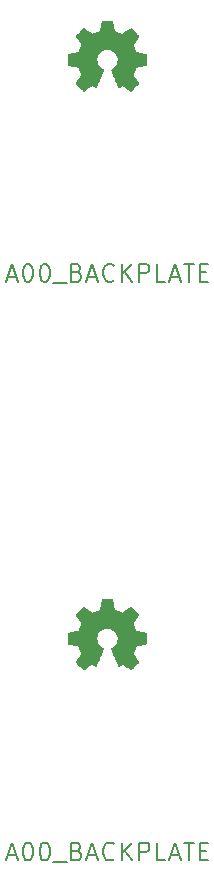
<source format=gbr>
G04 #@! TF.GenerationSoftware,KiCad,Pcbnew,5.1.5-52549c5~86~ubuntu18.04.1*
G04 #@! TF.CreationDate,2020-08-18T13:47:54-05:00*
G04 #@! TF.ProjectId,,58585858-5858-4585-9858-585858585858,rev?*
G04 #@! TF.SameCoordinates,Original*
G04 #@! TF.FileFunction,Legend,Top*
G04 #@! TF.FilePolarity,Positive*
%FSLAX46Y46*%
G04 Gerber Fmt 4.6, Leading zero omitted, Abs format (unit mm)*
G04 Created by KiCad (PCBNEW 5.1.5-52549c5~86~ubuntu18.04.1) date 2020-08-18 13:47:54*
%MOMM*%
%LPD*%
G04 APERTURE LIST*
%ADD10C,0.150000*%
%ADD11C,0.010000*%
G04 APERTURE END LIST*
D10*
X120913000Y-127456600D02*
X121627285Y-127456600D01*
X120770142Y-127885171D02*
X121270142Y-126385171D01*
X121770142Y-127885171D01*
X122555857Y-126385171D02*
X122698714Y-126385171D01*
X122841571Y-126456600D01*
X122913000Y-126528028D01*
X122984428Y-126670885D01*
X123055857Y-126956600D01*
X123055857Y-127313742D01*
X122984428Y-127599457D01*
X122913000Y-127742314D01*
X122841571Y-127813742D01*
X122698714Y-127885171D01*
X122555857Y-127885171D01*
X122413000Y-127813742D01*
X122341571Y-127742314D01*
X122270142Y-127599457D01*
X122198714Y-127313742D01*
X122198714Y-126956600D01*
X122270142Y-126670885D01*
X122341571Y-126528028D01*
X122413000Y-126456600D01*
X122555857Y-126385171D01*
X123984428Y-126385171D02*
X124127285Y-126385171D01*
X124270142Y-126456600D01*
X124341571Y-126528028D01*
X124413000Y-126670885D01*
X124484428Y-126956600D01*
X124484428Y-127313742D01*
X124413000Y-127599457D01*
X124341571Y-127742314D01*
X124270142Y-127813742D01*
X124127285Y-127885171D01*
X123984428Y-127885171D01*
X123841571Y-127813742D01*
X123770142Y-127742314D01*
X123698714Y-127599457D01*
X123627285Y-127313742D01*
X123627285Y-126956600D01*
X123698714Y-126670885D01*
X123770142Y-126528028D01*
X123841571Y-126456600D01*
X123984428Y-126385171D01*
X124770142Y-128028028D02*
X125913000Y-128028028D01*
X126770142Y-127099457D02*
X126984428Y-127170885D01*
X127055857Y-127242314D01*
X127127285Y-127385171D01*
X127127285Y-127599457D01*
X127055857Y-127742314D01*
X126984428Y-127813742D01*
X126841571Y-127885171D01*
X126270142Y-127885171D01*
X126270142Y-126385171D01*
X126770142Y-126385171D01*
X126913000Y-126456600D01*
X126984428Y-126528028D01*
X127055857Y-126670885D01*
X127055857Y-126813742D01*
X126984428Y-126956600D01*
X126913000Y-127028028D01*
X126770142Y-127099457D01*
X126270142Y-127099457D01*
X127698714Y-127456600D02*
X128413000Y-127456600D01*
X127555857Y-127885171D02*
X128055857Y-126385171D01*
X128555857Y-127885171D01*
X129913000Y-127742314D02*
X129841571Y-127813742D01*
X129627285Y-127885171D01*
X129484428Y-127885171D01*
X129270142Y-127813742D01*
X129127285Y-127670885D01*
X129055857Y-127528028D01*
X128984428Y-127242314D01*
X128984428Y-127028028D01*
X129055857Y-126742314D01*
X129127285Y-126599457D01*
X129270142Y-126456600D01*
X129484428Y-126385171D01*
X129627285Y-126385171D01*
X129841571Y-126456600D01*
X129913000Y-126528028D01*
X130555857Y-127885171D02*
X130555857Y-126385171D01*
X131413000Y-127885171D02*
X130770142Y-127028028D01*
X131413000Y-126385171D02*
X130555857Y-127242314D01*
X132055857Y-127885171D02*
X132055857Y-126385171D01*
X132627285Y-126385171D01*
X132770142Y-126456600D01*
X132841571Y-126528028D01*
X132913000Y-126670885D01*
X132913000Y-126885171D01*
X132841571Y-127028028D01*
X132770142Y-127099457D01*
X132627285Y-127170885D01*
X132055857Y-127170885D01*
X134270142Y-127885171D02*
X133555857Y-127885171D01*
X133555857Y-126385171D01*
X134698714Y-127456600D02*
X135413000Y-127456600D01*
X134555857Y-127885171D02*
X135055857Y-126385171D01*
X135555857Y-127885171D01*
X135841571Y-126385171D02*
X136698714Y-126385171D01*
X136270142Y-127885171D02*
X136270142Y-126385171D01*
X137198714Y-127099457D02*
X137698714Y-127099457D01*
X137913000Y-127885171D02*
X137198714Y-127885171D01*
X137198714Y-126385171D01*
X137913000Y-126385171D01*
X120913000Y-78456600D02*
X121627285Y-78456600D01*
X120770142Y-78885171D02*
X121270142Y-77385171D01*
X121770142Y-78885171D01*
X122555857Y-77385171D02*
X122698714Y-77385171D01*
X122841571Y-77456600D01*
X122913000Y-77528028D01*
X122984428Y-77670885D01*
X123055857Y-77956600D01*
X123055857Y-78313742D01*
X122984428Y-78599457D01*
X122913000Y-78742314D01*
X122841571Y-78813742D01*
X122698714Y-78885171D01*
X122555857Y-78885171D01*
X122413000Y-78813742D01*
X122341571Y-78742314D01*
X122270142Y-78599457D01*
X122198714Y-78313742D01*
X122198714Y-77956600D01*
X122270142Y-77670885D01*
X122341571Y-77528028D01*
X122413000Y-77456600D01*
X122555857Y-77385171D01*
X123984428Y-77385171D02*
X124127285Y-77385171D01*
X124270142Y-77456600D01*
X124341571Y-77528028D01*
X124413000Y-77670885D01*
X124484428Y-77956600D01*
X124484428Y-78313742D01*
X124413000Y-78599457D01*
X124341571Y-78742314D01*
X124270142Y-78813742D01*
X124127285Y-78885171D01*
X123984428Y-78885171D01*
X123841571Y-78813742D01*
X123770142Y-78742314D01*
X123698714Y-78599457D01*
X123627285Y-78313742D01*
X123627285Y-77956600D01*
X123698714Y-77670885D01*
X123770142Y-77528028D01*
X123841571Y-77456600D01*
X123984428Y-77385171D01*
X124770142Y-79028028D02*
X125913000Y-79028028D01*
X126770142Y-78099457D02*
X126984428Y-78170885D01*
X127055857Y-78242314D01*
X127127285Y-78385171D01*
X127127285Y-78599457D01*
X127055857Y-78742314D01*
X126984428Y-78813742D01*
X126841571Y-78885171D01*
X126270142Y-78885171D01*
X126270142Y-77385171D01*
X126770142Y-77385171D01*
X126913000Y-77456600D01*
X126984428Y-77528028D01*
X127055857Y-77670885D01*
X127055857Y-77813742D01*
X126984428Y-77956600D01*
X126913000Y-78028028D01*
X126770142Y-78099457D01*
X126270142Y-78099457D01*
X127698714Y-78456600D02*
X128413000Y-78456600D01*
X127555857Y-78885171D02*
X128055857Y-77385171D01*
X128555857Y-78885171D01*
X129913000Y-78742314D02*
X129841571Y-78813742D01*
X129627285Y-78885171D01*
X129484428Y-78885171D01*
X129270142Y-78813742D01*
X129127285Y-78670885D01*
X129055857Y-78528028D01*
X128984428Y-78242314D01*
X128984428Y-78028028D01*
X129055857Y-77742314D01*
X129127285Y-77599457D01*
X129270142Y-77456600D01*
X129484428Y-77385171D01*
X129627285Y-77385171D01*
X129841571Y-77456600D01*
X129913000Y-77528028D01*
X130555857Y-78885171D02*
X130555857Y-77385171D01*
X131413000Y-78885171D02*
X130770142Y-78028028D01*
X131413000Y-77385171D02*
X130555857Y-78242314D01*
X132055857Y-78885171D02*
X132055857Y-77385171D01*
X132627285Y-77385171D01*
X132770142Y-77456600D01*
X132841571Y-77528028D01*
X132913000Y-77670885D01*
X132913000Y-77885171D01*
X132841571Y-78028028D01*
X132770142Y-78099457D01*
X132627285Y-78170885D01*
X132055857Y-78170885D01*
X134270142Y-78885171D02*
X133555857Y-78885171D01*
X133555857Y-77385171D01*
X134698714Y-78456600D02*
X135413000Y-78456600D01*
X134555857Y-78885171D02*
X135055857Y-77385171D01*
X135555857Y-78885171D01*
X135841571Y-77385171D02*
X136698714Y-77385171D01*
X136270142Y-78885171D02*
X136270142Y-77385171D01*
X137198714Y-78099457D02*
X137698714Y-78099457D01*
X137913000Y-78885171D02*
X137198714Y-78885171D01*
X137198714Y-77385171D01*
X137913000Y-77385171D01*
D11*
G36*
X129867214Y-106235131D02*
G01*
X129951035Y-106679755D01*
X130260320Y-106807253D01*
X130569606Y-106934751D01*
X130940646Y-106682446D01*
X131044557Y-106612196D01*
X131138487Y-106549472D01*
X131218052Y-106497138D01*
X131278870Y-106458057D01*
X131316557Y-106435093D01*
X131326821Y-106430142D01*
X131345310Y-106442876D01*
X131384820Y-106478082D01*
X131440922Y-106531262D01*
X131509187Y-106597918D01*
X131585186Y-106673554D01*
X131664492Y-106753672D01*
X131742675Y-106833774D01*
X131815307Y-106909364D01*
X131877959Y-106975945D01*
X131926203Y-107029018D01*
X131955610Y-107064087D01*
X131962641Y-107075823D01*
X131952523Y-107097460D01*
X131924159Y-107144862D01*
X131880529Y-107213393D01*
X131824618Y-107298415D01*
X131759406Y-107395293D01*
X131721619Y-107450550D01*
X131652743Y-107551448D01*
X131591540Y-107642499D01*
X131540978Y-107719170D01*
X131504028Y-107776928D01*
X131483658Y-107811243D01*
X131480597Y-107818454D01*
X131487536Y-107838948D01*
X131506451Y-107886713D01*
X131534487Y-107955032D01*
X131568791Y-108037189D01*
X131606509Y-108126470D01*
X131644787Y-108216158D01*
X131680770Y-108299538D01*
X131711606Y-108369894D01*
X131734439Y-108420510D01*
X131746417Y-108444671D01*
X131747124Y-108445622D01*
X131765931Y-108450236D01*
X131816018Y-108460528D01*
X131892193Y-108475487D01*
X131989265Y-108494101D01*
X132102043Y-108515359D01*
X132167842Y-108527618D01*
X132288350Y-108550562D01*
X132397197Y-108572395D01*
X132488876Y-108591922D01*
X132557881Y-108607948D01*
X132598704Y-108619279D01*
X132606911Y-108622874D01*
X132614948Y-108647206D01*
X132621433Y-108702159D01*
X132626370Y-108781308D01*
X132629764Y-108878226D01*
X132631618Y-108986487D01*
X132631938Y-109099665D01*
X132630727Y-109211335D01*
X132627990Y-109315068D01*
X132623731Y-109404441D01*
X132617955Y-109473026D01*
X132610667Y-109514397D01*
X132606295Y-109523010D01*
X132580164Y-109533333D01*
X132524793Y-109548092D01*
X132447507Y-109565552D01*
X132355630Y-109583980D01*
X132323558Y-109589941D01*
X132168924Y-109618266D01*
X132046775Y-109641076D01*
X131953073Y-109659280D01*
X131883784Y-109673783D01*
X131834871Y-109685492D01*
X131802297Y-109695315D01*
X131782028Y-109704156D01*
X131770026Y-109712924D01*
X131768347Y-109714657D01*
X131751584Y-109742571D01*
X131726014Y-109796895D01*
X131694188Y-109870977D01*
X131658660Y-109958165D01*
X131621983Y-110051808D01*
X131586711Y-110145252D01*
X131555396Y-110231847D01*
X131530593Y-110304940D01*
X131514854Y-110357878D01*
X131510732Y-110384011D01*
X131511076Y-110384926D01*
X131525041Y-110406286D01*
X131556722Y-110453284D01*
X131602791Y-110521027D01*
X131659918Y-110604623D01*
X131724773Y-110699182D01*
X131743243Y-110726054D01*
X131809099Y-110823475D01*
X131867050Y-110912363D01*
X131913938Y-110987612D01*
X131946607Y-111044120D01*
X131961900Y-111076781D01*
X131962641Y-111080793D01*
X131949792Y-111101884D01*
X131914288Y-111143664D01*
X131860693Y-111201645D01*
X131793571Y-111271335D01*
X131717487Y-111348245D01*
X131637004Y-111427883D01*
X131556687Y-111505761D01*
X131481099Y-111577386D01*
X131414805Y-111638270D01*
X131362369Y-111683921D01*
X131328355Y-111709850D01*
X131318945Y-111714083D01*
X131297043Y-111704112D01*
X131252200Y-111677220D01*
X131191721Y-111637936D01*
X131145189Y-111606317D01*
X131060875Y-111548298D01*
X130961026Y-111479984D01*
X130860873Y-111411779D01*
X130807027Y-111375275D01*
X130624771Y-111252000D01*
X130471781Y-111334720D01*
X130402082Y-111370959D01*
X130342814Y-111399126D01*
X130302711Y-111415191D01*
X130292503Y-111417426D01*
X130280229Y-111400922D01*
X130256013Y-111354282D01*
X130221663Y-111281809D01*
X130178988Y-111187806D01*
X130129794Y-111076574D01*
X130075890Y-110952415D01*
X130019084Y-110819632D01*
X129961182Y-110682527D01*
X129903993Y-110545402D01*
X129849324Y-110412558D01*
X129798984Y-110288298D01*
X129754780Y-110176925D01*
X129718519Y-110082739D01*
X129692009Y-110010044D01*
X129677058Y-109963141D01*
X129674654Y-109947033D01*
X129693711Y-109926486D01*
X129735436Y-109893133D01*
X129791106Y-109853902D01*
X129795778Y-109850799D01*
X129939664Y-109735623D01*
X130055683Y-109601253D01*
X130142830Y-109451984D01*
X130200099Y-109292113D01*
X130226486Y-109125937D01*
X130220985Y-108957752D01*
X130182590Y-108791855D01*
X130110295Y-108632542D01*
X130089026Y-108597687D01*
X129978396Y-108456937D01*
X129847702Y-108343914D01*
X129701464Y-108259203D01*
X129544208Y-108203394D01*
X129380457Y-108177074D01*
X129214733Y-108180830D01*
X129051562Y-108215250D01*
X128895465Y-108280923D01*
X128750967Y-108378435D01*
X128706269Y-108418013D01*
X128592512Y-108541903D01*
X128509618Y-108672324D01*
X128452756Y-108818515D01*
X128421087Y-108963288D01*
X128413269Y-109126060D01*
X128439338Y-109289640D01*
X128496645Y-109448498D01*
X128582544Y-109597106D01*
X128694386Y-109729935D01*
X128829523Y-109841456D01*
X128847283Y-109853211D01*
X128903550Y-109891708D01*
X128946323Y-109925063D01*
X128966772Y-109946360D01*
X128967069Y-109947033D01*
X128962679Y-109970071D01*
X128945276Y-110022357D01*
X128916668Y-110099590D01*
X128878665Y-110197468D01*
X128833074Y-110311691D01*
X128781703Y-110437958D01*
X128726362Y-110571967D01*
X128668858Y-110709418D01*
X128611001Y-110846008D01*
X128554598Y-110977437D01*
X128501458Y-111099405D01*
X128453390Y-111207609D01*
X128412201Y-111297749D01*
X128379701Y-111365523D01*
X128357697Y-111406630D01*
X128348836Y-111417426D01*
X128321760Y-111409019D01*
X128271097Y-111386472D01*
X128205583Y-111353813D01*
X128169559Y-111334720D01*
X128016568Y-111252000D01*
X127834312Y-111375275D01*
X127741275Y-111438428D01*
X127639415Y-111507927D01*
X127543962Y-111573365D01*
X127496150Y-111606317D01*
X127428905Y-111651473D01*
X127371964Y-111687257D01*
X127332754Y-111709138D01*
X127320019Y-111713763D01*
X127301483Y-111701285D01*
X127260459Y-111666452D01*
X127200925Y-111612878D01*
X127126858Y-111544183D01*
X127042235Y-111463981D01*
X126988715Y-111412486D01*
X126895081Y-111320486D01*
X126814159Y-111238199D01*
X126749223Y-111169145D01*
X126703542Y-111116844D01*
X126680389Y-111084816D01*
X126678168Y-111078316D01*
X126688476Y-111053594D01*
X126716961Y-111003605D01*
X126760463Y-110933412D01*
X126815823Y-110848075D01*
X126879880Y-110752656D01*
X126898097Y-110726054D01*
X126964473Y-110629367D01*
X127024022Y-110542317D01*
X127073416Y-110469795D01*
X127109325Y-110416693D01*
X127128419Y-110387903D01*
X127130264Y-110384926D01*
X127127505Y-110361982D01*
X127112862Y-110311536D01*
X127088887Y-110240241D01*
X127058134Y-110154747D01*
X127023156Y-110061707D01*
X126986507Y-109967774D01*
X126950739Y-109879599D01*
X126918406Y-109803834D01*
X126892062Y-109747131D01*
X126874258Y-109716143D01*
X126872993Y-109714657D01*
X126862106Y-109705801D01*
X126843718Y-109697043D01*
X126813794Y-109687477D01*
X126768297Y-109676196D01*
X126703191Y-109662293D01*
X126614439Y-109644863D01*
X126498007Y-109622998D01*
X126349858Y-109595791D01*
X126317782Y-109589941D01*
X126222714Y-109571574D01*
X126139835Y-109553605D01*
X126076470Y-109537769D01*
X126039942Y-109525800D01*
X126035044Y-109523010D01*
X126026973Y-109498272D01*
X126020413Y-109442990D01*
X126015367Y-109363589D01*
X126011841Y-109266496D01*
X126009839Y-109158138D01*
X126009364Y-109044940D01*
X126010423Y-108933328D01*
X126013018Y-108829729D01*
X126017154Y-108740568D01*
X126022837Y-108672272D01*
X126030069Y-108631266D01*
X126034429Y-108622874D01*
X126058702Y-108614408D01*
X126113974Y-108600635D01*
X126194738Y-108582750D01*
X126295488Y-108561948D01*
X126410717Y-108539423D01*
X126473498Y-108527618D01*
X126592613Y-108505351D01*
X126698835Y-108485179D01*
X126786973Y-108468115D01*
X126851834Y-108455169D01*
X126888226Y-108447355D01*
X126894216Y-108445622D01*
X126904339Y-108426090D01*
X126925738Y-108379043D01*
X126955561Y-108311203D01*
X126990955Y-108229291D01*
X127029068Y-108140028D01*
X127067047Y-108050135D01*
X127102040Y-107966335D01*
X127131194Y-107895347D01*
X127151657Y-107843894D01*
X127160577Y-107818697D01*
X127160743Y-107817596D01*
X127150631Y-107797719D01*
X127122283Y-107751977D01*
X127078677Y-107684917D01*
X127022794Y-107601084D01*
X126957613Y-107505026D01*
X126919721Y-107449850D01*
X126850675Y-107348681D01*
X126789350Y-107256830D01*
X126738737Y-107178944D01*
X126701829Y-107119669D01*
X126681618Y-107083651D01*
X126678699Y-107075577D01*
X126691247Y-107056784D01*
X126725937Y-107016657D01*
X126778337Y-106959693D01*
X126844016Y-106890385D01*
X126918544Y-106813231D01*
X126997487Y-106732725D01*
X127076417Y-106653363D01*
X127150900Y-106579640D01*
X127216506Y-106516052D01*
X127268804Y-106467094D01*
X127303361Y-106437261D01*
X127314922Y-106430142D01*
X127333746Y-106440153D01*
X127378769Y-106468278D01*
X127445613Y-106511654D01*
X127529901Y-106567418D01*
X127627256Y-106632706D01*
X127700693Y-106682446D01*
X128071733Y-106934751D01*
X128690305Y-106679755D01*
X128774125Y-106235131D01*
X128857946Y-105790507D01*
X129783394Y-105790507D01*
X129867214Y-106235131D01*
G37*
X129867214Y-106235131D02*
X129951035Y-106679755D01*
X130260320Y-106807253D01*
X130569606Y-106934751D01*
X130940646Y-106682446D01*
X131044557Y-106612196D01*
X131138487Y-106549472D01*
X131218052Y-106497138D01*
X131278870Y-106458057D01*
X131316557Y-106435093D01*
X131326821Y-106430142D01*
X131345310Y-106442876D01*
X131384820Y-106478082D01*
X131440922Y-106531262D01*
X131509187Y-106597918D01*
X131585186Y-106673554D01*
X131664492Y-106753672D01*
X131742675Y-106833774D01*
X131815307Y-106909364D01*
X131877959Y-106975945D01*
X131926203Y-107029018D01*
X131955610Y-107064087D01*
X131962641Y-107075823D01*
X131952523Y-107097460D01*
X131924159Y-107144862D01*
X131880529Y-107213393D01*
X131824618Y-107298415D01*
X131759406Y-107395293D01*
X131721619Y-107450550D01*
X131652743Y-107551448D01*
X131591540Y-107642499D01*
X131540978Y-107719170D01*
X131504028Y-107776928D01*
X131483658Y-107811243D01*
X131480597Y-107818454D01*
X131487536Y-107838948D01*
X131506451Y-107886713D01*
X131534487Y-107955032D01*
X131568791Y-108037189D01*
X131606509Y-108126470D01*
X131644787Y-108216158D01*
X131680770Y-108299538D01*
X131711606Y-108369894D01*
X131734439Y-108420510D01*
X131746417Y-108444671D01*
X131747124Y-108445622D01*
X131765931Y-108450236D01*
X131816018Y-108460528D01*
X131892193Y-108475487D01*
X131989265Y-108494101D01*
X132102043Y-108515359D01*
X132167842Y-108527618D01*
X132288350Y-108550562D01*
X132397197Y-108572395D01*
X132488876Y-108591922D01*
X132557881Y-108607948D01*
X132598704Y-108619279D01*
X132606911Y-108622874D01*
X132614948Y-108647206D01*
X132621433Y-108702159D01*
X132626370Y-108781308D01*
X132629764Y-108878226D01*
X132631618Y-108986487D01*
X132631938Y-109099665D01*
X132630727Y-109211335D01*
X132627990Y-109315068D01*
X132623731Y-109404441D01*
X132617955Y-109473026D01*
X132610667Y-109514397D01*
X132606295Y-109523010D01*
X132580164Y-109533333D01*
X132524793Y-109548092D01*
X132447507Y-109565552D01*
X132355630Y-109583980D01*
X132323558Y-109589941D01*
X132168924Y-109618266D01*
X132046775Y-109641076D01*
X131953073Y-109659280D01*
X131883784Y-109673783D01*
X131834871Y-109685492D01*
X131802297Y-109695315D01*
X131782028Y-109704156D01*
X131770026Y-109712924D01*
X131768347Y-109714657D01*
X131751584Y-109742571D01*
X131726014Y-109796895D01*
X131694188Y-109870977D01*
X131658660Y-109958165D01*
X131621983Y-110051808D01*
X131586711Y-110145252D01*
X131555396Y-110231847D01*
X131530593Y-110304940D01*
X131514854Y-110357878D01*
X131510732Y-110384011D01*
X131511076Y-110384926D01*
X131525041Y-110406286D01*
X131556722Y-110453284D01*
X131602791Y-110521027D01*
X131659918Y-110604623D01*
X131724773Y-110699182D01*
X131743243Y-110726054D01*
X131809099Y-110823475D01*
X131867050Y-110912363D01*
X131913938Y-110987612D01*
X131946607Y-111044120D01*
X131961900Y-111076781D01*
X131962641Y-111080793D01*
X131949792Y-111101884D01*
X131914288Y-111143664D01*
X131860693Y-111201645D01*
X131793571Y-111271335D01*
X131717487Y-111348245D01*
X131637004Y-111427883D01*
X131556687Y-111505761D01*
X131481099Y-111577386D01*
X131414805Y-111638270D01*
X131362369Y-111683921D01*
X131328355Y-111709850D01*
X131318945Y-111714083D01*
X131297043Y-111704112D01*
X131252200Y-111677220D01*
X131191721Y-111637936D01*
X131145189Y-111606317D01*
X131060875Y-111548298D01*
X130961026Y-111479984D01*
X130860873Y-111411779D01*
X130807027Y-111375275D01*
X130624771Y-111252000D01*
X130471781Y-111334720D01*
X130402082Y-111370959D01*
X130342814Y-111399126D01*
X130302711Y-111415191D01*
X130292503Y-111417426D01*
X130280229Y-111400922D01*
X130256013Y-111354282D01*
X130221663Y-111281809D01*
X130178988Y-111187806D01*
X130129794Y-111076574D01*
X130075890Y-110952415D01*
X130019084Y-110819632D01*
X129961182Y-110682527D01*
X129903993Y-110545402D01*
X129849324Y-110412558D01*
X129798984Y-110288298D01*
X129754780Y-110176925D01*
X129718519Y-110082739D01*
X129692009Y-110010044D01*
X129677058Y-109963141D01*
X129674654Y-109947033D01*
X129693711Y-109926486D01*
X129735436Y-109893133D01*
X129791106Y-109853902D01*
X129795778Y-109850799D01*
X129939664Y-109735623D01*
X130055683Y-109601253D01*
X130142830Y-109451984D01*
X130200099Y-109292113D01*
X130226486Y-109125937D01*
X130220985Y-108957752D01*
X130182590Y-108791855D01*
X130110295Y-108632542D01*
X130089026Y-108597687D01*
X129978396Y-108456937D01*
X129847702Y-108343914D01*
X129701464Y-108259203D01*
X129544208Y-108203394D01*
X129380457Y-108177074D01*
X129214733Y-108180830D01*
X129051562Y-108215250D01*
X128895465Y-108280923D01*
X128750967Y-108378435D01*
X128706269Y-108418013D01*
X128592512Y-108541903D01*
X128509618Y-108672324D01*
X128452756Y-108818515D01*
X128421087Y-108963288D01*
X128413269Y-109126060D01*
X128439338Y-109289640D01*
X128496645Y-109448498D01*
X128582544Y-109597106D01*
X128694386Y-109729935D01*
X128829523Y-109841456D01*
X128847283Y-109853211D01*
X128903550Y-109891708D01*
X128946323Y-109925063D01*
X128966772Y-109946360D01*
X128967069Y-109947033D01*
X128962679Y-109970071D01*
X128945276Y-110022357D01*
X128916668Y-110099590D01*
X128878665Y-110197468D01*
X128833074Y-110311691D01*
X128781703Y-110437958D01*
X128726362Y-110571967D01*
X128668858Y-110709418D01*
X128611001Y-110846008D01*
X128554598Y-110977437D01*
X128501458Y-111099405D01*
X128453390Y-111207609D01*
X128412201Y-111297749D01*
X128379701Y-111365523D01*
X128357697Y-111406630D01*
X128348836Y-111417426D01*
X128321760Y-111409019D01*
X128271097Y-111386472D01*
X128205583Y-111353813D01*
X128169559Y-111334720D01*
X128016568Y-111252000D01*
X127834312Y-111375275D01*
X127741275Y-111438428D01*
X127639415Y-111507927D01*
X127543962Y-111573365D01*
X127496150Y-111606317D01*
X127428905Y-111651473D01*
X127371964Y-111687257D01*
X127332754Y-111709138D01*
X127320019Y-111713763D01*
X127301483Y-111701285D01*
X127260459Y-111666452D01*
X127200925Y-111612878D01*
X127126858Y-111544183D01*
X127042235Y-111463981D01*
X126988715Y-111412486D01*
X126895081Y-111320486D01*
X126814159Y-111238199D01*
X126749223Y-111169145D01*
X126703542Y-111116844D01*
X126680389Y-111084816D01*
X126678168Y-111078316D01*
X126688476Y-111053594D01*
X126716961Y-111003605D01*
X126760463Y-110933412D01*
X126815823Y-110848075D01*
X126879880Y-110752656D01*
X126898097Y-110726054D01*
X126964473Y-110629367D01*
X127024022Y-110542317D01*
X127073416Y-110469795D01*
X127109325Y-110416693D01*
X127128419Y-110387903D01*
X127130264Y-110384926D01*
X127127505Y-110361982D01*
X127112862Y-110311536D01*
X127088887Y-110240241D01*
X127058134Y-110154747D01*
X127023156Y-110061707D01*
X126986507Y-109967774D01*
X126950739Y-109879599D01*
X126918406Y-109803834D01*
X126892062Y-109747131D01*
X126874258Y-109716143D01*
X126872993Y-109714657D01*
X126862106Y-109705801D01*
X126843718Y-109697043D01*
X126813794Y-109687477D01*
X126768297Y-109676196D01*
X126703191Y-109662293D01*
X126614439Y-109644863D01*
X126498007Y-109622998D01*
X126349858Y-109595791D01*
X126317782Y-109589941D01*
X126222714Y-109571574D01*
X126139835Y-109553605D01*
X126076470Y-109537769D01*
X126039942Y-109525800D01*
X126035044Y-109523010D01*
X126026973Y-109498272D01*
X126020413Y-109442990D01*
X126015367Y-109363589D01*
X126011841Y-109266496D01*
X126009839Y-109158138D01*
X126009364Y-109044940D01*
X126010423Y-108933328D01*
X126013018Y-108829729D01*
X126017154Y-108740568D01*
X126022837Y-108672272D01*
X126030069Y-108631266D01*
X126034429Y-108622874D01*
X126058702Y-108614408D01*
X126113974Y-108600635D01*
X126194738Y-108582750D01*
X126295488Y-108561948D01*
X126410717Y-108539423D01*
X126473498Y-108527618D01*
X126592613Y-108505351D01*
X126698835Y-108485179D01*
X126786973Y-108468115D01*
X126851834Y-108455169D01*
X126888226Y-108447355D01*
X126894216Y-108445622D01*
X126904339Y-108426090D01*
X126925738Y-108379043D01*
X126955561Y-108311203D01*
X126990955Y-108229291D01*
X127029068Y-108140028D01*
X127067047Y-108050135D01*
X127102040Y-107966335D01*
X127131194Y-107895347D01*
X127151657Y-107843894D01*
X127160577Y-107818697D01*
X127160743Y-107817596D01*
X127150631Y-107797719D01*
X127122283Y-107751977D01*
X127078677Y-107684917D01*
X127022794Y-107601084D01*
X126957613Y-107505026D01*
X126919721Y-107449850D01*
X126850675Y-107348681D01*
X126789350Y-107256830D01*
X126738737Y-107178944D01*
X126701829Y-107119669D01*
X126681618Y-107083651D01*
X126678699Y-107075577D01*
X126691247Y-107056784D01*
X126725937Y-107016657D01*
X126778337Y-106959693D01*
X126844016Y-106890385D01*
X126918544Y-106813231D01*
X126997487Y-106732725D01*
X127076417Y-106653363D01*
X127150900Y-106579640D01*
X127216506Y-106516052D01*
X127268804Y-106467094D01*
X127303361Y-106437261D01*
X127314922Y-106430142D01*
X127333746Y-106440153D01*
X127378769Y-106468278D01*
X127445613Y-106511654D01*
X127529901Y-106567418D01*
X127627256Y-106632706D01*
X127700693Y-106682446D01*
X128071733Y-106934751D01*
X128690305Y-106679755D01*
X128774125Y-106235131D01*
X128857946Y-105790507D01*
X129783394Y-105790507D01*
X129867214Y-106235131D01*
G36*
X129867214Y-57235131D02*
G01*
X129951035Y-57679755D01*
X130260320Y-57807253D01*
X130569606Y-57934751D01*
X130940646Y-57682446D01*
X131044557Y-57612196D01*
X131138487Y-57549472D01*
X131218052Y-57497138D01*
X131278870Y-57458057D01*
X131316557Y-57435093D01*
X131326821Y-57430142D01*
X131345310Y-57442876D01*
X131384820Y-57478082D01*
X131440922Y-57531262D01*
X131509187Y-57597918D01*
X131585186Y-57673554D01*
X131664492Y-57753672D01*
X131742675Y-57833774D01*
X131815307Y-57909364D01*
X131877959Y-57975945D01*
X131926203Y-58029018D01*
X131955610Y-58064087D01*
X131962641Y-58075823D01*
X131952523Y-58097460D01*
X131924159Y-58144862D01*
X131880529Y-58213393D01*
X131824618Y-58298415D01*
X131759406Y-58395293D01*
X131721619Y-58450550D01*
X131652743Y-58551448D01*
X131591540Y-58642499D01*
X131540978Y-58719170D01*
X131504028Y-58776928D01*
X131483658Y-58811243D01*
X131480597Y-58818454D01*
X131487536Y-58838948D01*
X131506451Y-58886713D01*
X131534487Y-58955032D01*
X131568791Y-59037189D01*
X131606509Y-59126470D01*
X131644787Y-59216158D01*
X131680770Y-59299538D01*
X131711606Y-59369894D01*
X131734439Y-59420510D01*
X131746417Y-59444671D01*
X131747124Y-59445622D01*
X131765931Y-59450236D01*
X131816018Y-59460528D01*
X131892193Y-59475487D01*
X131989265Y-59494101D01*
X132102043Y-59515359D01*
X132167842Y-59527618D01*
X132288350Y-59550562D01*
X132397197Y-59572395D01*
X132488876Y-59591922D01*
X132557881Y-59607948D01*
X132598704Y-59619279D01*
X132606911Y-59622874D01*
X132614948Y-59647206D01*
X132621433Y-59702159D01*
X132626370Y-59781308D01*
X132629764Y-59878226D01*
X132631618Y-59986487D01*
X132631938Y-60099665D01*
X132630727Y-60211335D01*
X132627990Y-60315068D01*
X132623731Y-60404441D01*
X132617955Y-60473026D01*
X132610667Y-60514397D01*
X132606295Y-60523010D01*
X132580164Y-60533333D01*
X132524793Y-60548092D01*
X132447507Y-60565552D01*
X132355630Y-60583980D01*
X132323558Y-60589941D01*
X132168924Y-60618266D01*
X132046775Y-60641076D01*
X131953073Y-60659280D01*
X131883784Y-60673783D01*
X131834871Y-60685492D01*
X131802297Y-60695315D01*
X131782028Y-60704156D01*
X131770026Y-60712924D01*
X131768347Y-60714657D01*
X131751584Y-60742571D01*
X131726014Y-60796895D01*
X131694188Y-60870977D01*
X131658660Y-60958165D01*
X131621983Y-61051808D01*
X131586711Y-61145252D01*
X131555396Y-61231847D01*
X131530593Y-61304940D01*
X131514854Y-61357878D01*
X131510732Y-61384011D01*
X131511076Y-61384926D01*
X131525041Y-61406286D01*
X131556722Y-61453284D01*
X131602791Y-61521027D01*
X131659918Y-61604623D01*
X131724773Y-61699182D01*
X131743243Y-61726054D01*
X131809099Y-61823475D01*
X131867050Y-61912363D01*
X131913938Y-61987612D01*
X131946607Y-62044120D01*
X131961900Y-62076781D01*
X131962641Y-62080793D01*
X131949792Y-62101884D01*
X131914288Y-62143664D01*
X131860693Y-62201645D01*
X131793571Y-62271335D01*
X131717487Y-62348245D01*
X131637004Y-62427883D01*
X131556687Y-62505761D01*
X131481099Y-62577386D01*
X131414805Y-62638270D01*
X131362369Y-62683921D01*
X131328355Y-62709850D01*
X131318945Y-62714083D01*
X131297043Y-62704112D01*
X131252200Y-62677220D01*
X131191721Y-62637936D01*
X131145189Y-62606317D01*
X131060875Y-62548298D01*
X130961026Y-62479984D01*
X130860873Y-62411779D01*
X130807027Y-62375275D01*
X130624771Y-62252000D01*
X130471781Y-62334720D01*
X130402082Y-62370959D01*
X130342814Y-62399126D01*
X130302711Y-62415191D01*
X130292503Y-62417426D01*
X130280229Y-62400922D01*
X130256013Y-62354282D01*
X130221663Y-62281809D01*
X130178988Y-62187806D01*
X130129794Y-62076574D01*
X130075890Y-61952415D01*
X130019084Y-61819632D01*
X129961182Y-61682527D01*
X129903993Y-61545402D01*
X129849324Y-61412558D01*
X129798984Y-61288298D01*
X129754780Y-61176925D01*
X129718519Y-61082739D01*
X129692009Y-61010044D01*
X129677058Y-60963141D01*
X129674654Y-60947033D01*
X129693711Y-60926486D01*
X129735436Y-60893133D01*
X129791106Y-60853902D01*
X129795778Y-60850799D01*
X129939664Y-60735623D01*
X130055683Y-60601253D01*
X130142830Y-60451984D01*
X130200099Y-60292113D01*
X130226486Y-60125937D01*
X130220985Y-59957752D01*
X130182590Y-59791855D01*
X130110295Y-59632542D01*
X130089026Y-59597687D01*
X129978396Y-59456937D01*
X129847702Y-59343914D01*
X129701464Y-59259203D01*
X129544208Y-59203394D01*
X129380457Y-59177074D01*
X129214733Y-59180830D01*
X129051562Y-59215250D01*
X128895465Y-59280923D01*
X128750967Y-59378435D01*
X128706269Y-59418013D01*
X128592512Y-59541903D01*
X128509618Y-59672324D01*
X128452756Y-59818515D01*
X128421087Y-59963288D01*
X128413269Y-60126060D01*
X128439338Y-60289640D01*
X128496645Y-60448498D01*
X128582544Y-60597106D01*
X128694386Y-60729935D01*
X128829523Y-60841456D01*
X128847283Y-60853211D01*
X128903550Y-60891708D01*
X128946323Y-60925063D01*
X128966772Y-60946360D01*
X128967069Y-60947033D01*
X128962679Y-60970071D01*
X128945276Y-61022357D01*
X128916668Y-61099590D01*
X128878665Y-61197468D01*
X128833074Y-61311691D01*
X128781703Y-61437958D01*
X128726362Y-61571967D01*
X128668858Y-61709418D01*
X128611001Y-61846008D01*
X128554598Y-61977437D01*
X128501458Y-62099405D01*
X128453390Y-62207609D01*
X128412201Y-62297749D01*
X128379701Y-62365523D01*
X128357697Y-62406630D01*
X128348836Y-62417426D01*
X128321760Y-62409019D01*
X128271097Y-62386472D01*
X128205583Y-62353813D01*
X128169559Y-62334720D01*
X128016568Y-62252000D01*
X127834312Y-62375275D01*
X127741275Y-62438428D01*
X127639415Y-62507927D01*
X127543962Y-62573365D01*
X127496150Y-62606317D01*
X127428905Y-62651473D01*
X127371964Y-62687257D01*
X127332754Y-62709138D01*
X127320019Y-62713763D01*
X127301483Y-62701285D01*
X127260459Y-62666452D01*
X127200925Y-62612878D01*
X127126858Y-62544183D01*
X127042235Y-62463981D01*
X126988715Y-62412486D01*
X126895081Y-62320486D01*
X126814159Y-62238199D01*
X126749223Y-62169145D01*
X126703542Y-62116844D01*
X126680389Y-62084816D01*
X126678168Y-62078316D01*
X126688476Y-62053594D01*
X126716961Y-62003605D01*
X126760463Y-61933412D01*
X126815823Y-61848075D01*
X126879880Y-61752656D01*
X126898097Y-61726054D01*
X126964473Y-61629367D01*
X127024022Y-61542317D01*
X127073416Y-61469795D01*
X127109325Y-61416693D01*
X127128419Y-61387903D01*
X127130264Y-61384926D01*
X127127505Y-61361982D01*
X127112862Y-61311536D01*
X127088887Y-61240241D01*
X127058134Y-61154747D01*
X127023156Y-61061707D01*
X126986507Y-60967774D01*
X126950739Y-60879599D01*
X126918406Y-60803834D01*
X126892062Y-60747131D01*
X126874258Y-60716143D01*
X126872993Y-60714657D01*
X126862106Y-60705801D01*
X126843718Y-60697043D01*
X126813794Y-60687477D01*
X126768297Y-60676196D01*
X126703191Y-60662293D01*
X126614439Y-60644863D01*
X126498007Y-60622998D01*
X126349858Y-60595791D01*
X126317782Y-60589941D01*
X126222714Y-60571574D01*
X126139835Y-60553605D01*
X126076470Y-60537769D01*
X126039942Y-60525800D01*
X126035044Y-60523010D01*
X126026973Y-60498272D01*
X126020413Y-60442990D01*
X126015367Y-60363589D01*
X126011841Y-60266496D01*
X126009839Y-60158138D01*
X126009364Y-60044940D01*
X126010423Y-59933328D01*
X126013018Y-59829729D01*
X126017154Y-59740568D01*
X126022837Y-59672272D01*
X126030069Y-59631266D01*
X126034429Y-59622874D01*
X126058702Y-59614408D01*
X126113974Y-59600635D01*
X126194738Y-59582750D01*
X126295488Y-59561948D01*
X126410717Y-59539423D01*
X126473498Y-59527618D01*
X126592613Y-59505351D01*
X126698835Y-59485179D01*
X126786973Y-59468115D01*
X126851834Y-59455169D01*
X126888226Y-59447355D01*
X126894216Y-59445622D01*
X126904339Y-59426090D01*
X126925738Y-59379043D01*
X126955561Y-59311203D01*
X126990955Y-59229291D01*
X127029068Y-59140028D01*
X127067047Y-59050135D01*
X127102040Y-58966335D01*
X127131194Y-58895347D01*
X127151657Y-58843894D01*
X127160577Y-58818697D01*
X127160743Y-58817596D01*
X127150631Y-58797719D01*
X127122283Y-58751977D01*
X127078677Y-58684917D01*
X127022794Y-58601084D01*
X126957613Y-58505026D01*
X126919721Y-58449850D01*
X126850675Y-58348681D01*
X126789350Y-58256830D01*
X126738737Y-58178944D01*
X126701829Y-58119669D01*
X126681618Y-58083651D01*
X126678699Y-58075577D01*
X126691247Y-58056784D01*
X126725937Y-58016657D01*
X126778337Y-57959693D01*
X126844016Y-57890385D01*
X126918544Y-57813231D01*
X126997487Y-57732725D01*
X127076417Y-57653363D01*
X127150900Y-57579640D01*
X127216506Y-57516052D01*
X127268804Y-57467094D01*
X127303361Y-57437261D01*
X127314922Y-57430142D01*
X127333746Y-57440153D01*
X127378769Y-57468278D01*
X127445613Y-57511654D01*
X127529901Y-57567418D01*
X127627256Y-57632706D01*
X127700693Y-57682446D01*
X128071733Y-57934751D01*
X128690305Y-57679755D01*
X128774125Y-57235131D01*
X128857946Y-56790507D01*
X129783394Y-56790507D01*
X129867214Y-57235131D01*
G37*
X129867214Y-57235131D02*
X129951035Y-57679755D01*
X130260320Y-57807253D01*
X130569606Y-57934751D01*
X130940646Y-57682446D01*
X131044557Y-57612196D01*
X131138487Y-57549472D01*
X131218052Y-57497138D01*
X131278870Y-57458057D01*
X131316557Y-57435093D01*
X131326821Y-57430142D01*
X131345310Y-57442876D01*
X131384820Y-57478082D01*
X131440922Y-57531262D01*
X131509187Y-57597918D01*
X131585186Y-57673554D01*
X131664492Y-57753672D01*
X131742675Y-57833774D01*
X131815307Y-57909364D01*
X131877959Y-57975945D01*
X131926203Y-58029018D01*
X131955610Y-58064087D01*
X131962641Y-58075823D01*
X131952523Y-58097460D01*
X131924159Y-58144862D01*
X131880529Y-58213393D01*
X131824618Y-58298415D01*
X131759406Y-58395293D01*
X131721619Y-58450550D01*
X131652743Y-58551448D01*
X131591540Y-58642499D01*
X131540978Y-58719170D01*
X131504028Y-58776928D01*
X131483658Y-58811243D01*
X131480597Y-58818454D01*
X131487536Y-58838948D01*
X131506451Y-58886713D01*
X131534487Y-58955032D01*
X131568791Y-59037189D01*
X131606509Y-59126470D01*
X131644787Y-59216158D01*
X131680770Y-59299538D01*
X131711606Y-59369894D01*
X131734439Y-59420510D01*
X131746417Y-59444671D01*
X131747124Y-59445622D01*
X131765931Y-59450236D01*
X131816018Y-59460528D01*
X131892193Y-59475487D01*
X131989265Y-59494101D01*
X132102043Y-59515359D01*
X132167842Y-59527618D01*
X132288350Y-59550562D01*
X132397197Y-59572395D01*
X132488876Y-59591922D01*
X132557881Y-59607948D01*
X132598704Y-59619279D01*
X132606911Y-59622874D01*
X132614948Y-59647206D01*
X132621433Y-59702159D01*
X132626370Y-59781308D01*
X132629764Y-59878226D01*
X132631618Y-59986487D01*
X132631938Y-60099665D01*
X132630727Y-60211335D01*
X132627990Y-60315068D01*
X132623731Y-60404441D01*
X132617955Y-60473026D01*
X132610667Y-60514397D01*
X132606295Y-60523010D01*
X132580164Y-60533333D01*
X132524793Y-60548092D01*
X132447507Y-60565552D01*
X132355630Y-60583980D01*
X132323558Y-60589941D01*
X132168924Y-60618266D01*
X132046775Y-60641076D01*
X131953073Y-60659280D01*
X131883784Y-60673783D01*
X131834871Y-60685492D01*
X131802297Y-60695315D01*
X131782028Y-60704156D01*
X131770026Y-60712924D01*
X131768347Y-60714657D01*
X131751584Y-60742571D01*
X131726014Y-60796895D01*
X131694188Y-60870977D01*
X131658660Y-60958165D01*
X131621983Y-61051808D01*
X131586711Y-61145252D01*
X131555396Y-61231847D01*
X131530593Y-61304940D01*
X131514854Y-61357878D01*
X131510732Y-61384011D01*
X131511076Y-61384926D01*
X131525041Y-61406286D01*
X131556722Y-61453284D01*
X131602791Y-61521027D01*
X131659918Y-61604623D01*
X131724773Y-61699182D01*
X131743243Y-61726054D01*
X131809099Y-61823475D01*
X131867050Y-61912363D01*
X131913938Y-61987612D01*
X131946607Y-62044120D01*
X131961900Y-62076781D01*
X131962641Y-62080793D01*
X131949792Y-62101884D01*
X131914288Y-62143664D01*
X131860693Y-62201645D01*
X131793571Y-62271335D01*
X131717487Y-62348245D01*
X131637004Y-62427883D01*
X131556687Y-62505761D01*
X131481099Y-62577386D01*
X131414805Y-62638270D01*
X131362369Y-62683921D01*
X131328355Y-62709850D01*
X131318945Y-62714083D01*
X131297043Y-62704112D01*
X131252200Y-62677220D01*
X131191721Y-62637936D01*
X131145189Y-62606317D01*
X131060875Y-62548298D01*
X130961026Y-62479984D01*
X130860873Y-62411779D01*
X130807027Y-62375275D01*
X130624771Y-62252000D01*
X130471781Y-62334720D01*
X130402082Y-62370959D01*
X130342814Y-62399126D01*
X130302711Y-62415191D01*
X130292503Y-62417426D01*
X130280229Y-62400922D01*
X130256013Y-62354282D01*
X130221663Y-62281809D01*
X130178988Y-62187806D01*
X130129794Y-62076574D01*
X130075890Y-61952415D01*
X130019084Y-61819632D01*
X129961182Y-61682527D01*
X129903993Y-61545402D01*
X129849324Y-61412558D01*
X129798984Y-61288298D01*
X129754780Y-61176925D01*
X129718519Y-61082739D01*
X129692009Y-61010044D01*
X129677058Y-60963141D01*
X129674654Y-60947033D01*
X129693711Y-60926486D01*
X129735436Y-60893133D01*
X129791106Y-60853902D01*
X129795778Y-60850799D01*
X129939664Y-60735623D01*
X130055683Y-60601253D01*
X130142830Y-60451984D01*
X130200099Y-60292113D01*
X130226486Y-60125937D01*
X130220985Y-59957752D01*
X130182590Y-59791855D01*
X130110295Y-59632542D01*
X130089026Y-59597687D01*
X129978396Y-59456937D01*
X129847702Y-59343914D01*
X129701464Y-59259203D01*
X129544208Y-59203394D01*
X129380457Y-59177074D01*
X129214733Y-59180830D01*
X129051562Y-59215250D01*
X128895465Y-59280923D01*
X128750967Y-59378435D01*
X128706269Y-59418013D01*
X128592512Y-59541903D01*
X128509618Y-59672324D01*
X128452756Y-59818515D01*
X128421087Y-59963288D01*
X128413269Y-60126060D01*
X128439338Y-60289640D01*
X128496645Y-60448498D01*
X128582544Y-60597106D01*
X128694386Y-60729935D01*
X128829523Y-60841456D01*
X128847283Y-60853211D01*
X128903550Y-60891708D01*
X128946323Y-60925063D01*
X128966772Y-60946360D01*
X128967069Y-60947033D01*
X128962679Y-60970071D01*
X128945276Y-61022357D01*
X128916668Y-61099590D01*
X128878665Y-61197468D01*
X128833074Y-61311691D01*
X128781703Y-61437958D01*
X128726362Y-61571967D01*
X128668858Y-61709418D01*
X128611001Y-61846008D01*
X128554598Y-61977437D01*
X128501458Y-62099405D01*
X128453390Y-62207609D01*
X128412201Y-62297749D01*
X128379701Y-62365523D01*
X128357697Y-62406630D01*
X128348836Y-62417426D01*
X128321760Y-62409019D01*
X128271097Y-62386472D01*
X128205583Y-62353813D01*
X128169559Y-62334720D01*
X128016568Y-62252000D01*
X127834312Y-62375275D01*
X127741275Y-62438428D01*
X127639415Y-62507927D01*
X127543962Y-62573365D01*
X127496150Y-62606317D01*
X127428905Y-62651473D01*
X127371964Y-62687257D01*
X127332754Y-62709138D01*
X127320019Y-62713763D01*
X127301483Y-62701285D01*
X127260459Y-62666452D01*
X127200925Y-62612878D01*
X127126858Y-62544183D01*
X127042235Y-62463981D01*
X126988715Y-62412486D01*
X126895081Y-62320486D01*
X126814159Y-62238199D01*
X126749223Y-62169145D01*
X126703542Y-62116844D01*
X126680389Y-62084816D01*
X126678168Y-62078316D01*
X126688476Y-62053594D01*
X126716961Y-62003605D01*
X126760463Y-61933412D01*
X126815823Y-61848075D01*
X126879880Y-61752656D01*
X126898097Y-61726054D01*
X126964473Y-61629367D01*
X127024022Y-61542317D01*
X127073416Y-61469795D01*
X127109325Y-61416693D01*
X127128419Y-61387903D01*
X127130264Y-61384926D01*
X127127505Y-61361982D01*
X127112862Y-61311536D01*
X127088887Y-61240241D01*
X127058134Y-61154747D01*
X127023156Y-61061707D01*
X126986507Y-60967774D01*
X126950739Y-60879599D01*
X126918406Y-60803834D01*
X126892062Y-60747131D01*
X126874258Y-60716143D01*
X126872993Y-60714657D01*
X126862106Y-60705801D01*
X126843718Y-60697043D01*
X126813794Y-60687477D01*
X126768297Y-60676196D01*
X126703191Y-60662293D01*
X126614439Y-60644863D01*
X126498007Y-60622998D01*
X126349858Y-60595791D01*
X126317782Y-60589941D01*
X126222714Y-60571574D01*
X126139835Y-60553605D01*
X126076470Y-60537769D01*
X126039942Y-60525800D01*
X126035044Y-60523010D01*
X126026973Y-60498272D01*
X126020413Y-60442990D01*
X126015367Y-60363589D01*
X126011841Y-60266496D01*
X126009839Y-60158138D01*
X126009364Y-60044940D01*
X126010423Y-59933328D01*
X126013018Y-59829729D01*
X126017154Y-59740568D01*
X126022837Y-59672272D01*
X126030069Y-59631266D01*
X126034429Y-59622874D01*
X126058702Y-59614408D01*
X126113974Y-59600635D01*
X126194738Y-59582750D01*
X126295488Y-59561948D01*
X126410717Y-59539423D01*
X126473498Y-59527618D01*
X126592613Y-59505351D01*
X126698835Y-59485179D01*
X126786973Y-59468115D01*
X126851834Y-59455169D01*
X126888226Y-59447355D01*
X126894216Y-59445622D01*
X126904339Y-59426090D01*
X126925738Y-59379043D01*
X126955561Y-59311203D01*
X126990955Y-59229291D01*
X127029068Y-59140028D01*
X127067047Y-59050135D01*
X127102040Y-58966335D01*
X127131194Y-58895347D01*
X127151657Y-58843894D01*
X127160577Y-58818697D01*
X127160743Y-58817596D01*
X127150631Y-58797719D01*
X127122283Y-58751977D01*
X127078677Y-58684917D01*
X127022794Y-58601084D01*
X126957613Y-58505026D01*
X126919721Y-58449850D01*
X126850675Y-58348681D01*
X126789350Y-58256830D01*
X126738737Y-58178944D01*
X126701829Y-58119669D01*
X126681618Y-58083651D01*
X126678699Y-58075577D01*
X126691247Y-58056784D01*
X126725937Y-58016657D01*
X126778337Y-57959693D01*
X126844016Y-57890385D01*
X126918544Y-57813231D01*
X126997487Y-57732725D01*
X127076417Y-57653363D01*
X127150900Y-57579640D01*
X127216506Y-57516052D01*
X127268804Y-57467094D01*
X127303361Y-57437261D01*
X127314922Y-57430142D01*
X127333746Y-57440153D01*
X127378769Y-57468278D01*
X127445613Y-57511654D01*
X127529901Y-57567418D01*
X127627256Y-57632706D01*
X127700693Y-57682446D01*
X128071733Y-57934751D01*
X128690305Y-57679755D01*
X128774125Y-57235131D01*
X128857946Y-56790507D01*
X129783394Y-56790507D01*
X129867214Y-57235131D01*
M02*

</source>
